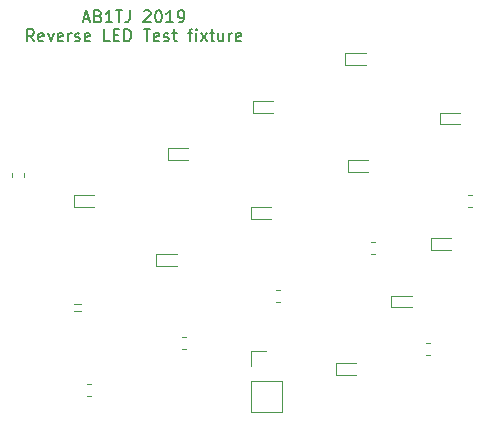
<source format=gto>
G04 #@! TF.GenerationSoftware,KiCad,Pcbnew,(5.1.0-1548-g3fefe01d2)*
G04 #@! TF.CreationDate,2019-08-20T19:22:30-04:00*
G04 #@! TF.ProjectId,MotorcycleSpeedo,4d6f746f-7263-4796-936c-655370656564,rev?*
G04 #@! TF.SameCoordinates,Original*
G04 #@! TF.FileFunction,Legend,Top*
G04 #@! TF.FilePolarity,Positive*
%FSLAX46Y46*%
G04 Gerber Fmt 4.6, Leading zero omitted, Abs format (unit mm)*
G04 Created by KiCad (PCBNEW (5.1.0-1548-g3fefe01d2)) date 2019-08-20 19:22:30*
%MOMM*%
%LPD*%
G04 APERTURE LIST*
%ADD10C,0.150000*%
%ADD11C,0.120000*%
G04 APERTURE END LIST*
D10*
X102538095Y-75561666D02*
X103014285Y-75561666D01*
X102442857Y-75847380D02*
X102776190Y-74847380D01*
X103109523Y-75847380D01*
X103776190Y-75323571D02*
X103919047Y-75371190D01*
X103966666Y-75418809D01*
X104014285Y-75514047D01*
X104014285Y-75656904D01*
X103966666Y-75752142D01*
X103919047Y-75799761D01*
X103823809Y-75847380D01*
X103442857Y-75847380D01*
X103442857Y-74847380D01*
X103776190Y-74847380D01*
X103871428Y-74895000D01*
X103919047Y-74942619D01*
X103966666Y-75037857D01*
X103966666Y-75133095D01*
X103919047Y-75228333D01*
X103871428Y-75275952D01*
X103776190Y-75323571D01*
X103442857Y-75323571D01*
X104966666Y-75847380D02*
X104395238Y-75847380D01*
X104680952Y-75847380D02*
X104680952Y-74847380D01*
X104585714Y-74990238D01*
X104490476Y-75085476D01*
X104395238Y-75133095D01*
X105252380Y-74847380D02*
X105823809Y-74847380D01*
X105538095Y-75847380D02*
X105538095Y-74847380D01*
X106442857Y-74847380D02*
X106442857Y-75561666D01*
X106395238Y-75704523D01*
X106300000Y-75799761D01*
X106157142Y-75847380D01*
X106061904Y-75847380D01*
X107633333Y-74942619D02*
X107680952Y-74895000D01*
X107776190Y-74847380D01*
X108014285Y-74847380D01*
X108109523Y-74895000D01*
X108157142Y-74942619D01*
X108204761Y-75037857D01*
X108204761Y-75133095D01*
X108157142Y-75275952D01*
X107585714Y-75847380D01*
X108204761Y-75847380D01*
X108823809Y-74847380D02*
X108919047Y-74847380D01*
X109014285Y-74895000D01*
X109061904Y-74942619D01*
X109109523Y-75037857D01*
X109157142Y-75228333D01*
X109157142Y-75466428D01*
X109109523Y-75656904D01*
X109061904Y-75752142D01*
X109014285Y-75799761D01*
X108919047Y-75847380D01*
X108823809Y-75847380D01*
X108728571Y-75799761D01*
X108680952Y-75752142D01*
X108633333Y-75656904D01*
X108585714Y-75466428D01*
X108585714Y-75228333D01*
X108633333Y-75037857D01*
X108680952Y-74942619D01*
X108728571Y-74895000D01*
X108823809Y-74847380D01*
X110109523Y-75847380D02*
X109538095Y-75847380D01*
X109823809Y-75847380D02*
X109823809Y-74847380D01*
X109728571Y-74990238D01*
X109633333Y-75085476D01*
X109538095Y-75133095D01*
X110585714Y-75847380D02*
X110776190Y-75847380D01*
X110871428Y-75799761D01*
X110919047Y-75752142D01*
X111014285Y-75609285D01*
X111061904Y-75418809D01*
X111061904Y-75037857D01*
X111014285Y-74942619D01*
X110966666Y-74895000D01*
X110871428Y-74847380D01*
X110680952Y-74847380D01*
X110585714Y-74895000D01*
X110538095Y-74942619D01*
X110490476Y-75037857D01*
X110490476Y-75275952D01*
X110538095Y-75371190D01*
X110585714Y-75418809D01*
X110680952Y-75466428D01*
X110871428Y-75466428D01*
X110966666Y-75418809D01*
X111014285Y-75371190D01*
X111061904Y-75275952D01*
X98323809Y-77457380D02*
X97990476Y-76981190D01*
X97752380Y-77457380D02*
X97752380Y-76457380D01*
X98133333Y-76457380D01*
X98228571Y-76505000D01*
X98276190Y-76552619D01*
X98323809Y-76647857D01*
X98323809Y-76790714D01*
X98276190Y-76885952D01*
X98228571Y-76933571D01*
X98133333Y-76981190D01*
X97752380Y-76981190D01*
X99133333Y-77409761D02*
X99038095Y-77457380D01*
X98847619Y-77457380D01*
X98752380Y-77409761D01*
X98704761Y-77314523D01*
X98704761Y-76933571D01*
X98752380Y-76838333D01*
X98847619Y-76790714D01*
X99038095Y-76790714D01*
X99133333Y-76838333D01*
X99180952Y-76933571D01*
X99180952Y-77028809D01*
X98704761Y-77124047D01*
X99514285Y-76790714D02*
X99752380Y-77457380D01*
X99990476Y-76790714D01*
X100752380Y-77409761D02*
X100657142Y-77457380D01*
X100466666Y-77457380D01*
X100371428Y-77409761D01*
X100323809Y-77314523D01*
X100323809Y-76933571D01*
X100371428Y-76838333D01*
X100466666Y-76790714D01*
X100657142Y-76790714D01*
X100752380Y-76838333D01*
X100800000Y-76933571D01*
X100800000Y-77028809D01*
X100323809Y-77124047D01*
X101228571Y-77457380D02*
X101228571Y-76790714D01*
X101228571Y-76981190D02*
X101276190Y-76885952D01*
X101323809Y-76838333D01*
X101419047Y-76790714D01*
X101514285Y-76790714D01*
X101800000Y-77409761D02*
X101895238Y-77457380D01*
X102085714Y-77457380D01*
X102180952Y-77409761D01*
X102228571Y-77314523D01*
X102228571Y-77266904D01*
X102180952Y-77171666D01*
X102085714Y-77124047D01*
X101942857Y-77124047D01*
X101847619Y-77076428D01*
X101800000Y-76981190D01*
X101800000Y-76933571D01*
X101847619Y-76838333D01*
X101942857Y-76790714D01*
X102085714Y-76790714D01*
X102180952Y-76838333D01*
X103038095Y-77409761D02*
X102942857Y-77457380D01*
X102752380Y-77457380D01*
X102657142Y-77409761D01*
X102609523Y-77314523D01*
X102609523Y-76933571D01*
X102657142Y-76838333D01*
X102752380Y-76790714D01*
X102942857Y-76790714D01*
X103038095Y-76838333D01*
X103085714Y-76933571D01*
X103085714Y-77028809D01*
X102609523Y-77124047D01*
X104752380Y-77457380D02*
X104276190Y-77457380D01*
X104276190Y-76457380D01*
X105085714Y-76933571D02*
X105419047Y-76933571D01*
X105561904Y-77457380D02*
X105085714Y-77457380D01*
X105085714Y-76457380D01*
X105561904Y-76457380D01*
X105990476Y-77457380D02*
X105990476Y-76457380D01*
X106228571Y-76457380D01*
X106371428Y-76505000D01*
X106466666Y-76600238D01*
X106514285Y-76695476D01*
X106561904Y-76885952D01*
X106561904Y-77028809D01*
X106514285Y-77219285D01*
X106466666Y-77314523D01*
X106371428Y-77409761D01*
X106228571Y-77457380D01*
X105990476Y-77457380D01*
X107609523Y-76457380D02*
X108180952Y-76457380D01*
X107895238Y-77457380D02*
X107895238Y-76457380D01*
X108895238Y-77409761D02*
X108800000Y-77457380D01*
X108609523Y-77457380D01*
X108514285Y-77409761D01*
X108466666Y-77314523D01*
X108466666Y-76933571D01*
X108514285Y-76838333D01*
X108609523Y-76790714D01*
X108800000Y-76790714D01*
X108895238Y-76838333D01*
X108942857Y-76933571D01*
X108942857Y-77028809D01*
X108466666Y-77124047D01*
X109323809Y-77409761D02*
X109419047Y-77457380D01*
X109609523Y-77457380D01*
X109704761Y-77409761D01*
X109752380Y-77314523D01*
X109752380Y-77266904D01*
X109704761Y-77171666D01*
X109609523Y-77124047D01*
X109466666Y-77124047D01*
X109371428Y-77076428D01*
X109323809Y-76981190D01*
X109323809Y-76933571D01*
X109371428Y-76838333D01*
X109466666Y-76790714D01*
X109609523Y-76790714D01*
X109704761Y-76838333D01*
X110038095Y-76790714D02*
X110419047Y-76790714D01*
X110180952Y-76457380D02*
X110180952Y-77314523D01*
X110228571Y-77409761D01*
X110323809Y-77457380D01*
X110419047Y-77457380D01*
X111371428Y-76790714D02*
X111752380Y-76790714D01*
X111514285Y-77457380D02*
X111514285Y-76600238D01*
X111561904Y-76505000D01*
X111657142Y-76457380D01*
X111752380Y-76457380D01*
X112085714Y-77457380D02*
X112085714Y-76790714D01*
X112085714Y-76457380D02*
X112038095Y-76505000D01*
X112085714Y-76552619D01*
X112133333Y-76505000D01*
X112085714Y-76457380D01*
X112085714Y-76552619D01*
X112466666Y-77457380D02*
X112990476Y-76790714D01*
X112466666Y-76790714D02*
X112990476Y-77457380D01*
X113228571Y-76790714D02*
X113609523Y-76790714D01*
X113371428Y-76457380D02*
X113371428Y-77314523D01*
X113419047Y-77409761D01*
X113514285Y-77457380D01*
X113609523Y-77457380D01*
X114371428Y-76790714D02*
X114371428Y-77457380D01*
X113942857Y-76790714D02*
X113942857Y-77314523D01*
X113990476Y-77409761D01*
X114085714Y-77457380D01*
X114228571Y-77457380D01*
X114323809Y-77409761D01*
X114371428Y-77362142D01*
X114847619Y-77457380D02*
X114847619Y-76790714D01*
X114847619Y-76981190D02*
X114895238Y-76885952D01*
X114942857Y-76838333D01*
X115038095Y-76790714D01*
X115133333Y-76790714D01*
X115847619Y-77409761D02*
X115752380Y-77457380D01*
X115561904Y-77457380D01*
X115466666Y-77409761D01*
X115419047Y-77314523D01*
X115419047Y-76933571D01*
X115466666Y-76838333D01*
X115561904Y-76790714D01*
X115752380Y-76790714D01*
X115847619Y-76838333D01*
X115895238Y-76933571D01*
X115895238Y-77028809D01*
X115419047Y-77124047D01*
D11*
X96490000Y-88962779D02*
X96490000Y-88637221D01*
X97510000Y-88962779D02*
X97510000Y-88637221D01*
X131537221Y-102990000D02*
X131862779Y-102990000D01*
X131537221Y-104010000D02*
X131862779Y-104010000D01*
X132150000Y-94100000D02*
X133650000Y-94100000D01*
X132150000Y-94100000D02*
X132050000Y-94100000D01*
X132050000Y-94100000D02*
X131950000Y-94100000D01*
X131950000Y-94100000D02*
X131950000Y-94300000D01*
X131950000Y-94300000D02*
X131950000Y-95100000D01*
X131950000Y-95100000D02*
X133650000Y-95100000D01*
X128800000Y-99000000D02*
X130300000Y-99000000D01*
X128800000Y-99000000D02*
X128700000Y-99000000D01*
X128700000Y-99000000D02*
X128600000Y-99000000D01*
X128600000Y-99000000D02*
X128600000Y-99200000D01*
X128600000Y-99200000D02*
X128600000Y-100000000D01*
X128600000Y-100000000D02*
X130300000Y-100000000D01*
X124100000Y-104700000D02*
X125600000Y-104700000D01*
X124100000Y-104700000D02*
X124000000Y-104700000D01*
X124000000Y-104700000D02*
X123900000Y-104700000D01*
X123900000Y-104700000D02*
X123900000Y-104900000D01*
X123900000Y-104900000D02*
X123900000Y-105700000D01*
X123900000Y-105700000D02*
X125600000Y-105700000D01*
X116670000Y-108870000D02*
X119330000Y-108870000D01*
X116670000Y-106270000D02*
X116670000Y-108870000D01*
X119330000Y-106270000D02*
X119330000Y-108870000D01*
X116670000Y-106270000D02*
X119330000Y-106270000D01*
X116670000Y-105000000D02*
X116670000Y-103670000D01*
X116670000Y-103670000D02*
X118000000Y-103670000D01*
X135049721Y-90490000D02*
X135375279Y-90490000D01*
X135049721Y-91510000D02*
X135375279Y-91510000D01*
X126837221Y-94490000D02*
X127162779Y-94490000D01*
X126837221Y-95510000D02*
X127162779Y-95510000D01*
X118837221Y-98490000D02*
X119162779Y-98490000D01*
X118837221Y-99510000D02*
X119162779Y-99510000D01*
X110837221Y-102490000D02*
X111162779Y-102490000D01*
X110837221Y-103510000D02*
X111162779Y-103510000D01*
X102837221Y-106490000D02*
X103162779Y-106490000D01*
X102837221Y-107510000D02*
X103162779Y-107510000D01*
X132900000Y-83500000D02*
X134400000Y-83500000D01*
X132900000Y-83500000D02*
X132800000Y-83500000D01*
X132800000Y-83500000D02*
X132700000Y-83500000D01*
X132700000Y-83500000D02*
X132700000Y-83700000D01*
X132700000Y-83700000D02*
X132700000Y-84500000D01*
X132700000Y-84500000D02*
X134400000Y-84500000D01*
X124900000Y-78500000D02*
X126400000Y-78500000D01*
X124900000Y-78500000D02*
X124800000Y-78500000D01*
X124800000Y-78500000D02*
X124700000Y-78500000D01*
X124700000Y-78500000D02*
X124700000Y-78700000D01*
X124700000Y-78700000D02*
X124700000Y-79500000D01*
X124700000Y-79500000D02*
X126400000Y-79500000D01*
X125150000Y-87500000D02*
X126650000Y-87500000D01*
X125150000Y-87500000D02*
X125050000Y-87500000D01*
X125050000Y-87500000D02*
X124950000Y-87500000D01*
X124950000Y-87500000D02*
X124950000Y-87700000D01*
X124950000Y-87700000D02*
X124950000Y-88500000D01*
X124950000Y-88500000D02*
X126650000Y-88500000D01*
X117100000Y-82500000D02*
X118600000Y-82500000D01*
X117100000Y-82500000D02*
X117000000Y-82500000D01*
X117000000Y-82500000D02*
X116900000Y-82500000D01*
X116900000Y-82500000D02*
X116900000Y-82700000D01*
X116900000Y-82700000D02*
X116900000Y-83500000D01*
X116900000Y-83500000D02*
X118600000Y-83500000D01*
X116900000Y-91500000D02*
X118400000Y-91500000D01*
X116900000Y-91500000D02*
X116800000Y-91500000D01*
X116800000Y-91500000D02*
X116700000Y-91500000D01*
X116700000Y-91500000D02*
X116700000Y-91700000D01*
X116700000Y-91700000D02*
X116700000Y-92500000D01*
X116700000Y-92500000D02*
X118400000Y-92500000D01*
X109900000Y-86500000D02*
X111400000Y-86500000D01*
X109900000Y-86500000D02*
X109800000Y-86500000D01*
X109800000Y-86500000D02*
X109700000Y-86500000D01*
X109700000Y-86500000D02*
X109700000Y-86700000D01*
X109700000Y-86700000D02*
X109700000Y-87500000D01*
X109700000Y-87500000D02*
X111400000Y-87500000D01*
X101900000Y-90500000D02*
X103400000Y-90500000D01*
X101900000Y-90500000D02*
X101800000Y-90500000D01*
X101800000Y-90500000D02*
X101700000Y-90500000D01*
X101700000Y-90500000D02*
X101700000Y-90700000D01*
X101700000Y-90700000D02*
X101700000Y-91500000D01*
X101700000Y-91500000D02*
X103400000Y-91500000D01*
X108900000Y-95500000D02*
X110400000Y-95500000D01*
X108900000Y-95500000D02*
X108800000Y-95500000D01*
X108800000Y-95500000D02*
X108700000Y-95500000D01*
X108700000Y-95500000D02*
X108700000Y-95700000D01*
X108700000Y-95700000D02*
X108700000Y-96500000D01*
X108700000Y-96500000D02*
X110400000Y-96500000D01*
X101700000Y-100300000D02*
X102300000Y-100300000D01*
X101700000Y-99700000D02*
X102300000Y-99700000D01*
M02*

</source>
